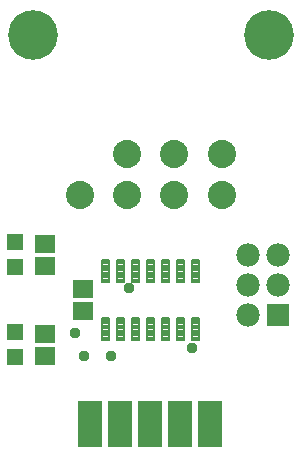
<source format=gts>
G75*
%MOIN*%
%OFA0B0*%
%FSLAX25Y25*%
%IPPOS*%
%LPD*%
%AMOC8*
5,1,8,0,0,1.08239X$1,22.5*
%
%ADD10R,0.08400X0.15800*%
%ADD11C,0.09400*%
%ADD12C,0.16548*%
%ADD13C,0.00791*%
%ADD14R,0.07800X0.07800*%
%ADD15C,0.07800*%
%ADD16R,0.05524X0.05524*%
%ADD17R,0.06706X0.05918*%
%ADD18C,0.03778*%
D10*
X0038500Y0012000D03*
X0048500Y0012000D03*
X0058500Y0012000D03*
X0068500Y0012000D03*
X0078500Y0012000D03*
D11*
X0082244Y0088500D03*
X0082244Y0102280D03*
X0066496Y0102280D03*
X0066496Y0088500D03*
X0050748Y0088500D03*
X0050748Y0102280D03*
X0035000Y0088500D03*
D12*
X0019252Y0141650D03*
X0097992Y0141650D03*
D13*
X0072314Y0066910D02*
X0072314Y0059420D01*
X0072314Y0066910D02*
X0074686Y0066910D01*
X0074686Y0059420D01*
X0072314Y0059420D01*
X0072314Y0060210D02*
X0074686Y0060210D01*
X0074686Y0061000D02*
X0072314Y0061000D01*
X0072314Y0061790D02*
X0074686Y0061790D01*
X0074686Y0062580D02*
X0072314Y0062580D01*
X0072314Y0063370D02*
X0074686Y0063370D01*
X0074686Y0064160D02*
X0072314Y0064160D01*
X0072314Y0064950D02*
X0074686Y0064950D01*
X0074686Y0065740D02*
X0072314Y0065740D01*
X0072314Y0066530D02*
X0074686Y0066530D01*
X0067314Y0066910D02*
X0067314Y0059420D01*
X0067314Y0066910D02*
X0069686Y0066910D01*
X0069686Y0059420D01*
X0067314Y0059420D01*
X0067314Y0060210D02*
X0069686Y0060210D01*
X0069686Y0061000D02*
X0067314Y0061000D01*
X0067314Y0061790D02*
X0069686Y0061790D01*
X0069686Y0062580D02*
X0067314Y0062580D01*
X0067314Y0063370D02*
X0069686Y0063370D01*
X0069686Y0064160D02*
X0067314Y0064160D01*
X0067314Y0064950D02*
X0069686Y0064950D01*
X0069686Y0065740D02*
X0067314Y0065740D01*
X0067314Y0066530D02*
X0069686Y0066530D01*
X0062314Y0066910D02*
X0062314Y0059420D01*
X0062314Y0066910D02*
X0064686Y0066910D01*
X0064686Y0059420D01*
X0062314Y0059420D01*
X0062314Y0060210D02*
X0064686Y0060210D01*
X0064686Y0061000D02*
X0062314Y0061000D01*
X0062314Y0061790D02*
X0064686Y0061790D01*
X0064686Y0062580D02*
X0062314Y0062580D01*
X0062314Y0063370D02*
X0064686Y0063370D01*
X0064686Y0064160D02*
X0062314Y0064160D01*
X0062314Y0064950D02*
X0064686Y0064950D01*
X0064686Y0065740D02*
X0062314Y0065740D01*
X0062314Y0066530D02*
X0064686Y0066530D01*
X0057314Y0066910D02*
X0057314Y0059420D01*
X0057314Y0066910D02*
X0059686Y0066910D01*
X0059686Y0059420D01*
X0057314Y0059420D01*
X0057314Y0060210D02*
X0059686Y0060210D01*
X0059686Y0061000D02*
X0057314Y0061000D01*
X0057314Y0061790D02*
X0059686Y0061790D01*
X0059686Y0062580D02*
X0057314Y0062580D01*
X0057314Y0063370D02*
X0059686Y0063370D01*
X0059686Y0064160D02*
X0057314Y0064160D01*
X0057314Y0064950D02*
X0059686Y0064950D01*
X0059686Y0065740D02*
X0057314Y0065740D01*
X0057314Y0066530D02*
X0059686Y0066530D01*
X0052314Y0066910D02*
X0052314Y0059420D01*
X0052314Y0066910D02*
X0054686Y0066910D01*
X0054686Y0059420D01*
X0052314Y0059420D01*
X0052314Y0060210D02*
X0054686Y0060210D01*
X0054686Y0061000D02*
X0052314Y0061000D01*
X0052314Y0061790D02*
X0054686Y0061790D01*
X0054686Y0062580D02*
X0052314Y0062580D01*
X0052314Y0063370D02*
X0054686Y0063370D01*
X0054686Y0064160D02*
X0052314Y0064160D01*
X0052314Y0064950D02*
X0054686Y0064950D01*
X0054686Y0065740D02*
X0052314Y0065740D01*
X0052314Y0066530D02*
X0054686Y0066530D01*
X0047314Y0066910D02*
X0047314Y0059420D01*
X0047314Y0066910D02*
X0049686Y0066910D01*
X0049686Y0059420D01*
X0047314Y0059420D01*
X0047314Y0060210D02*
X0049686Y0060210D01*
X0049686Y0061000D02*
X0047314Y0061000D01*
X0047314Y0061790D02*
X0049686Y0061790D01*
X0049686Y0062580D02*
X0047314Y0062580D01*
X0047314Y0063370D02*
X0049686Y0063370D01*
X0049686Y0064160D02*
X0047314Y0064160D01*
X0047314Y0064950D02*
X0049686Y0064950D01*
X0049686Y0065740D02*
X0047314Y0065740D01*
X0047314Y0066530D02*
X0049686Y0066530D01*
X0042314Y0066910D02*
X0042314Y0059420D01*
X0042314Y0066910D02*
X0044686Y0066910D01*
X0044686Y0059420D01*
X0042314Y0059420D01*
X0042314Y0060210D02*
X0044686Y0060210D01*
X0044686Y0061000D02*
X0042314Y0061000D01*
X0042314Y0061790D02*
X0044686Y0061790D01*
X0044686Y0062580D02*
X0042314Y0062580D01*
X0042314Y0063370D02*
X0044686Y0063370D01*
X0044686Y0064160D02*
X0042314Y0064160D01*
X0042314Y0064950D02*
X0044686Y0064950D01*
X0044686Y0065740D02*
X0042314Y0065740D01*
X0042314Y0066530D02*
X0044686Y0066530D01*
X0042314Y0047580D02*
X0042314Y0040090D01*
X0042314Y0047580D02*
X0044686Y0047580D01*
X0044686Y0040090D01*
X0042314Y0040090D01*
X0042314Y0040880D02*
X0044686Y0040880D01*
X0044686Y0041670D02*
X0042314Y0041670D01*
X0042314Y0042460D02*
X0044686Y0042460D01*
X0044686Y0043250D02*
X0042314Y0043250D01*
X0042314Y0044040D02*
X0044686Y0044040D01*
X0044686Y0044830D02*
X0042314Y0044830D01*
X0042314Y0045620D02*
X0044686Y0045620D01*
X0044686Y0046410D02*
X0042314Y0046410D01*
X0042314Y0047200D02*
X0044686Y0047200D01*
X0047314Y0047580D02*
X0047314Y0040090D01*
X0047314Y0047580D02*
X0049686Y0047580D01*
X0049686Y0040090D01*
X0047314Y0040090D01*
X0047314Y0040880D02*
X0049686Y0040880D01*
X0049686Y0041670D02*
X0047314Y0041670D01*
X0047314Y0042460D02*
X0049686Y0042460D01*
X0049686Y0043250D02*
X0047314Y0043250D01*
X0047314Y0044040D02*
X0049686Y0044040D01*
X0049686Y0044830D02*
X0047314Y0044830D01*
X0047314Y0045620D02*
X0049686Y0045620D01*
X0049686Y0046410D02*
X0047314Y0046410D01*
X0047314Y0047200D02*
X0049686Y0047200D01*
X0052314Y0047580D02*
X0052314Y0040090D01*
X0052314Y0047580D02*
X0054686Y0047580D01*
X0054686Y0040090D01*
X0052314Y0040090D01*
X0052314Y0040880D02*
X0054686Y0040880D01*
X0054686Y0041670D02*
X0052314Y0041670D01*
X0052314Y0042460D02*
X0054686Y0042460D01*
X0054686Y0043250D02*
X0052314Y0043250D01*
X0052314Y0044040D02*
X0054686Y0044040D01*
X0054686Y0044830D02*
X0052314Y0044830D01*
X0052314Y0045620D02*
X0054686Y0045620D01*
X0054686Y0046410D02*
X0052314Y0046410D01*
X0052314Y0047200D02*
X0054686Y0047200D01*
X0057314Y0047580D02*
X0057314Y0040090D01*
X0057314Y0047580D02*
X0059686Y0047580D01*
X0059686Y0040090D01*
X0057314Y0040090D01*
X0057314Y0040880D02*
X0059686Y0040880D01*
X0059686Y0041670D02*
X0057314Y0041670D01*
X0057314Y0042460D02*
X0059686Y0042460D01*
X0059686Y0043250D02*
X0057314Y0043250D01*
X0057314Y0044040D02*
X0059686Y0044040D01*
X0059686Y0044830D02*
X0057314Y0044830D01*
X0057314Y0045620D02*
X0059686Y0045620D01*
X0059686Y0046410D02*
X0057314Y0046410D01*
X0057314Y0047200D02*
X0059686Y0047200D01*
X0062314Y0047580D02*
X0062314Y0040090D01*
X0062314Y0047580D02*
X0064686Y0047580D01*
X0064686Y0040090D01*
X0062314Y0040090D01*
X0062314Y0040880D02*
X0064686Y0040880D01*
X0064686Y0041670D02*
X0062314Y0041670D01*
X0062314Y0042460D02*
X0064686Y0042460D01*
X0064686Y0043250D02*
X0062314Y0043250D01*
X0062314Y0044040D02*
X0064686Y0044040D01*
X0064686Y0044830D02*
X0062314Y0044830D01*
X0062314Y0045620D02*
X0064686Y0045620D01*
X0064686Y0046410D02*
X0062314Y0046410D01*
X0062314Y0047200D02*
X0064686Y0047200D01*
X0067314Y0047580D02*
X0067314Y0040090D01*
X0067314Y0047580D02*
X0069686Y0047580D01*
X0069686Y0040090D01*
X0067314Y0040090D01*
X0067314Y0040880D02*
X0069686Y0040880D01*
X0069686Y0041670D02*
X0067314Y0041670D01*
X0067314Y0042460D02*
X0069686Y0042460D01*
X0069686Y0043250D02*
X0067314Y0043250D01*
X0067314Y0044040D02*
X0069686Y0044040D01*
X0069686Y0044830D02*
X0067314Y0044830D01*
X0067314Y0045620D02*
X0069686Y0045620D01*
X0069686Y0046410D02*
X0067314Y0046410D01*
X0067314Y0047200D02*
X0069686Y0047200D01*
X0072314Y0047580D02*
X0072314Y0040090D01*
X0072314Y0047580D02*
X0074686Y0047580D01*
X0074686Y0040090D01*
X0072314Y0040090D01*
X0072314Y0040880D02*
X0074686Y0040880D01*
X0074686Y0041670D02*
X0072314Y0041670D01*
X0072314Y0042460D02*
X0074686Y0042460D01*
X0074686Y0043250D02*
X0072314Y0043250D01*
X0072314Y0044040D02*
X0074686Y0044040D01*
X0074686Y0044830D02*
X0072314Y0044830D01*
X0072314Y0045620D02*
X0074686Y0045620D01*
X0074686Y0046410D02*
X0072314Y0046410D01*
X0072314Y0047200D02*
X0074686Y0047200D01*
D14*
X0101000Y0048500D03*
D15*
X0101000Y0058500D03*
X0101000Y0068500D03*
X0091000Y0068500D03*
X0091000Y0058500D03*
X0091000Y0048500D03*
D16*
X0013500Y0034366D03*
X0013500Y0042634D03*
X0013500Y0064366D03*
X0013500Y0072634D03*
D17*
X0023500Y0072240D03*
X0023500Y0064760D03*
X0036000Y0057240D03*
X0036000Y0049760D03*
X0023500Y0042240D03*
X0023500Y0034760D03*
D18*
X0033200Y0042550D03*
X0036500Y0034850D03*
X0045300Y0034850D03*
X0051350Y0057400D03*
X0072250Y0037600D03*
M02*

</source>
